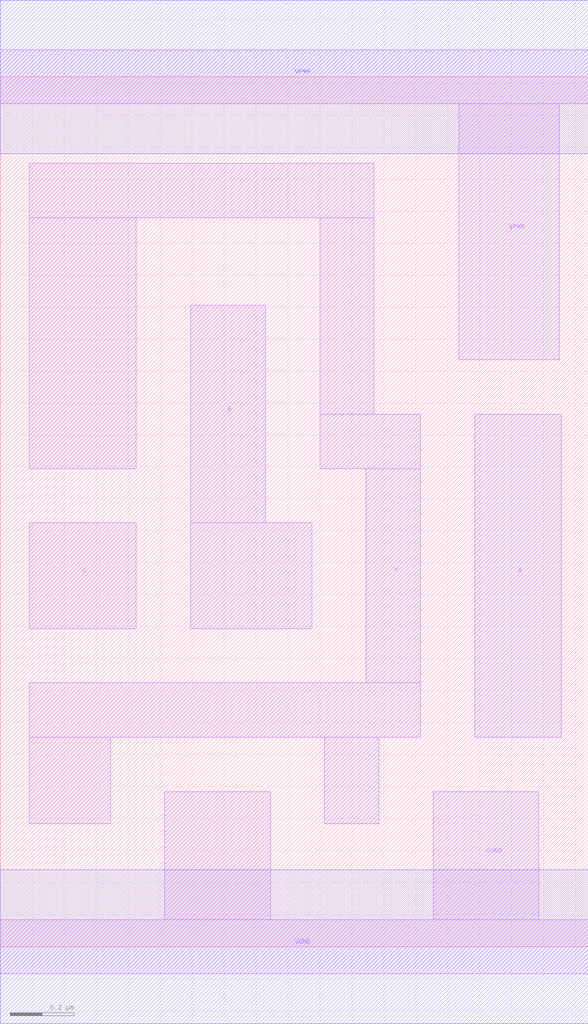
<source format=lef>
# Copyright 2020 The SkyWater PDK Authors
#
# Licensed under the Apache License, Version 2.0 (the "License");
# you may not use this file except in compliance with the License.
# You may obtain a copy of the License at
#
#     https://www.apache.org/licenses/LICENSE-2.0
#
# Unless required by applicable law or agreed to in writing, software
# distributed under the License is distributed on an "AS IS" BASIS,
# WITHOUT WARRANTIES OR CONDITIONS OF ANY KIND, either express or implied.
# See the License for the specific language governing permissions and
# limitations under the License.
#
# SPDX-License-Identifier: Apache-2.0

VERSION 5.5 ;
NAMESCASESENSITIVE ON ;
BUSBITCHARS "[]" ;
DIVIDERCHAR "/" ;
MACRO sky130_fd_sc_hd__nor3_1
  CLASS CORE ;
  SOURCE USER ;
  ORIGIN  0.000000  0.000000 ;
  SIZE  1.840000 BY  2.720000 ;
  SYMMETRY X Y R90 ;
  SITE unithd ;
  PIN A
    ANTENNAGATEAREA  0.247500 ;
    DIRECTION INPUT ;
    USE SIGNAL ;
    PORT
      LAYER li1 ;
        RECT 1.485000 0.655000 1.755000 1.665000 ;
    END
  END A
  PIN B
    ANTENNAGATEAREA  0.247500 ;
    DIRECTION INPUT ;
    USE SIGNAL ;
    PORT
      LAYER li1 ;
        RECT 0.595000 0.995000 0.975000 1.325000 ;
        RECT 0.595000 1.325000 0.830000 2.005000 ;
    END
  END B
  PIN C
    ANTENNAGATEAREA  0.247500 ;
    DIRECTION INPUT ;
    USE SIGNAL ;
    PORT
      LAYER li1 ;
        RECT 0.090000 0.995000 0.425000 1.325000 ;
    END
  END C
  PIN Y
    ANTENNADIFFAREA  0.604500 ;
    DIRECTION OUTPUT ;
    USE SIGNAL ;
    PORT
      LAYER li1 ;
        RECT 0.090000 0.385000 0.345000 0.655000 ;
        RECT 0.090000 0.655000 1.315000 0.825000 ;
        RECT 0.090000 1.495000 0.425000 2.280000 ;
        RECT 0.090000 2.280000 1.170000 2.450000 ;
        RECT 1.000000 1.495000 1.315000 1.665000 ;
        RECT 1.000000 1.665000 1.170000 2.280000 ;
        RECT 1.015000 0.385000 1.185000 0.655000 ;
        RECT 1.145000 0.825000 1.315000 1.495000 ;
    END
  END Y
  PIN VGND
    DIRECTION INOUT ;
    SHAPE ABUTMENT ;
    USE GROUND ;
    PORT
      LAYER li1 ;
        RECT 0.000000 -0.085000 1.840000 0.085000 ;
        RECT 0.515000  0.085000 0.845000 0.485000 ;
        RECT 1.355000  0.085000 1.685000 0.485000 ;
    END
    PORT
      LAYER met1 ;
        RECT 0.000000 -0.240000 1.840000 0.240000 ;
    END
  END VGND
  PIN VPWR
    DIRECTION INOUT ;
    SHAPE ABUTMENT ;
    USE POWER ;
    PORT
      LAYER li1 ;
        RECT 0.000000 2.635000 1.840000 2.805000 ;
        RECT 1.435000 1.835000 1.750000 2.635000 ;
    END
    PORT
      LAYER met1 ;
        RECT 0.000000 2.480000 1.840000 2.960000 ;
    END
  END VPWR
  OBS
  END
END sky130_fd_sc_hd__nor3_1

</source>
